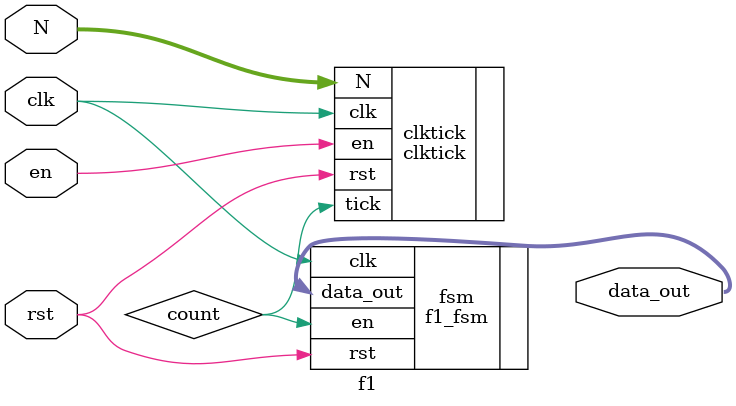
<source format=sv>
module f1 #(
	parameter A_WIDTH = 16,
    parameter D_WIDTH = 8
)(
  // interface signals
  input  logic                  clk,        // clock 
  input  logic                  rst,        // reset
  input  logic                  en,         // enable signal
  input  logic [A_WIDTH-1:0]    N,     	    // clock divided by N+1
  output logic [D_WIDTH-1:0]    data_out    // tick output
);

logic count;

// instantiate f1_fsm module called fsm
f1_fsm fsm (
  .clk (clk),
  .rst (rst),
  .en (count), // the external signal name must be count since 'logic count' 
  .data_out (data_out)
);

// instantiate clktick module called clktick
clktick clktick (
  .clk (clk),
  .rst (rst),
  .en (en),
  .N (N),
  .tick (count) // the external signal name must be count since 'logic count' 
);

endmodule
</source>
